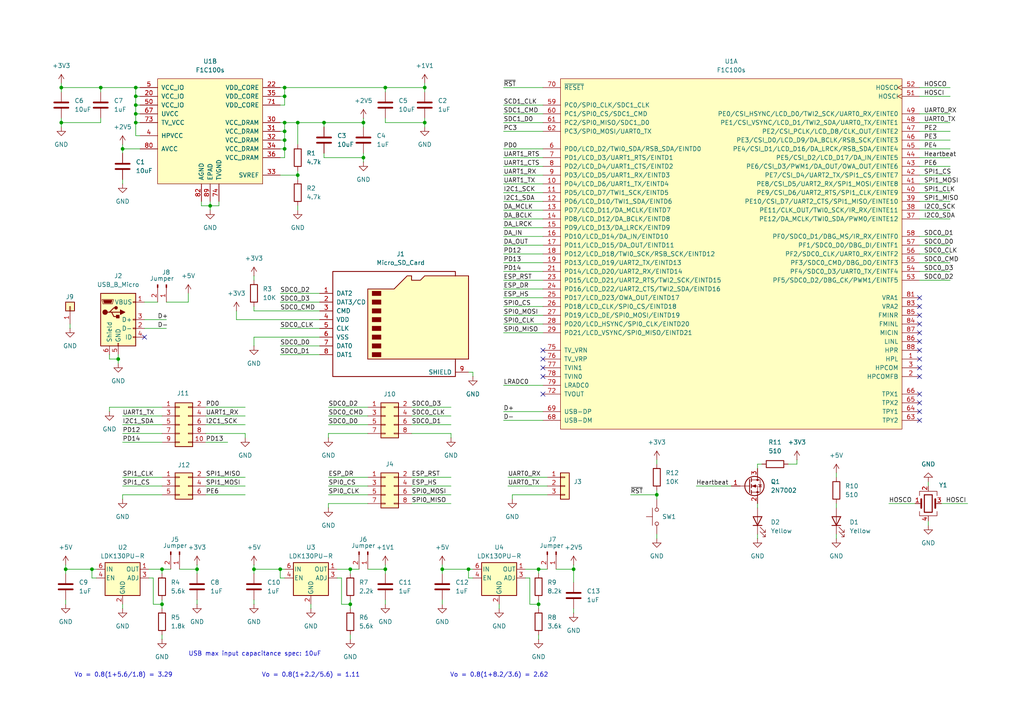
<source format=kicad_sch>
(kicad_sch (version 20231120) (generator "eeschema") (generator_version "8.0")
  (paper "A4")
  (junction (at 35.56 43.18))
  (junction (at 156.21 175.26))
  (junction (at 123.19 35.56))
  (junction (at 101.6 175.26))
  (junction (at 82.55 35.56))
  (junction (at 39.37 33.02))
  (junction (at 82.55 38.1))
  (junction (at 105.41 45.72))
  (junction (at 82.55 27.94))
  (junction (at 81.28 165.1))
  (junction (at 82.55 25.4))
  (junction (at 123.19 25.4))
  (junction (at 39.37 35.56))
  (junction (at 105.41 35.56))
  (junction (at 34.29 104.14))
  (junction (at 26.67 165.1))
  (junction (at 166.37 165.1))
  (junction (at 156.21 165.1))
  (junction (at 82.55 43.18))
  (junction (at 86.36 50.8))
  (junction (at 111.76 165.1))
  (junction (at 29.21 25.4))
  (junction (at 46.99 175.26))
  (junction (at 73.66 165.1))
  (junction (at 19.05 165.1))
  (junction (at 82.55 40.64))
  (junction (at 128.27 165.1))
  (junction (at 135.89 165.1))
  (junction (at 17.78 25.4))
  (junction (at 57.15 165.1))
  (junction (at 86.36 35.56))
  (junction (at 190.5 143.51))
  (junction (at 111.76 25.4))
  (junction (at 93.98 35.56))
  (junction (at 17.78 35.56))
  (junction (at 39.37 30.48))
  (junction (at 46.99 165.1))
  (junction (at 101.6 165.1))
  (junction (at 60.96 59.69))
  (junction (at 39.37 25.4))
  (junction (at 39.37 27.94))
  (no_connect (at 266.7 116.84))
  (no_connect (at 266.7 99.06))
  (no_connect (at 266.7 106.68))
  (no_connect (at 266.7 109.22))
  (no_connect (at 266.7 93.98))
  (no_connect (at 266.7 88.9))
  (no_connect (at 157.48 109.22))
  (no_connect (at 266.7 101.6))
  (no_connect (at 266.7 119.38))
  (no_connect (at 266.7 121.92))
  (no_connect (at 266.7 114.3))
  (no_connect (at 266.7 91.44))
  (no_connect (at 157.48 101.6))
  (no_connect (at 157.48 106.68))
  (no_connect (at 157.48 104.14))
  (no_connect (at 157.48 114.3))
  (no_connect (at 266.7 86.36))
  (no_connect (at 266.7 104.14))
  (no_connect (at 41.91 97.79))
  (no_connect (at 266.7 96.52))
  (wire (pts (xy 59.69 128.27) (xy 66.04 128.27)))
  (wire (pts (xy 146.05 58.42) (xy 157.48 58.42)))
  (wire (pts (xy 35.56 123.19) (xy 46.99 123.19)))
  (wire (pts (xy 156.21 165.1) (xy 158.75 165.1)))
  (wire (pts (xy 242.57 146.05) (xy 242.57 147.32)))
  (wire (pts (xy 95.25 138.43) (xy 106.68 138.43)))
  (wire (pts (xy 63.5 59.69) (xy 60.96 59.69)))
  (wire (pts (xy 146.05 93.98) (xy 157.48 93.98)))
  (wire (pts (xy 57.15 173.99) (xy 57.15 175.26)))
  (wire (pts (xy 146.05 45.72) (xy 157.48 45.72)))
  (wire (pts (xy 106.68 165.1) (xy 111.76 165.1)))
  (wire (pts (xy 17.78 35.56) (xy 29.21 35.56)))
  (wire (pts (xy 59.69 118.11) (xy 71.12 118.11)))
  (wire (pts (xy 231.14 133.35) (xy 231.14 134.62)))
  (wire (pts (xy 40.64 39.37) (xy 39.37 39.37)))
  (wire (pts (xy 43.18 165.1) (xy 46.99 165.1)))
  (wire (pts (xy 17.78 25.4) (xy 17.78 26.67)))
  (wire (pts (xy 35.56 52.07) (xy 35.56 53.34)))
  (wire (pts (xy 81.28 27.94) (xy 82.55 27.94)))
  (wire (pts (xy 123.19 35.56) (xy 123.19 36.83)))
  (wire (pts (xy 52.07 165.1) (xy 57.15 165.1)))
  (wire (pts (xy 31.75 118.11) (xy 31.75 119.38)))
  (wire (pts (xy 146.05 25.4) (xy 157.48 25.4)))
  (wire (pts (xy 39.37 35.56) (xy 40.64 35.56)))
  (wire (pts (xy 148.59 143.51) (xy 148.59 144.78)))
  (wire (pts (xy 95.25 123.19) (xy 106.68 123.19)))
  (wire (pts (xy 101.6 173.99) (xy 101.6 175.26)))
  (wire (pts (xy 135.89 165.1) (xy 135.89 167.64)))
  (wire (pts (xy 137.16 107.95) (xy 137.16 109.22)))
  (wire (pts (xy 90.17 175.26) (xy 90.17 176.53)))
  (wire (pts (xy 82.55 167.64) (xy 81.28 167.64)))
  (wire (pts (xy 71.12 125.73) (xy 71.12 127)))
  (wire (pts (xy 54.61 87.63) (xy 54.61 85.09)))
  (wire (pts (xy 57.15 165.1) (xy 57.15 166.37)))
  (wire (pts (xy 35.56 143.51) (xy 35.56 144.78)))
  (wire (pts (xy 266.7 25.4) (xy 275.59 25.4)))
  (wire (pts (xy 81.28 45.72) (xy 82.55 45.72)))
  (wire (pts (xy 106.68 125.73) (xy 95.25 125.73)))
  (wire (pts (xy 105.41 45.72) (xy 105.41 46.99)))
  (wire (pts (xy 17.78 35.56) (xy 17.78 36.83)))
  (wire (pts (xy 41.91 87.63) (xy 45.72 87.63)))
  (wire (pts (xy 95.25 146.05) (xy 95.25 147.32)))
  (wire (pts (xy 81.28 50.8) (xy 86.36 50.8)))
  (wire (pts (xy 86.36 35.56) (xy 86.36 41.91)))
  (wire (pts (xy 130.81 125.73) (xy 130.81 127)))
  (wire (pts (xy 82.55 30.48) (xy 82.55 27.94)))
  (wire (pts (xy 190.5 133.35) (xy 190.5 134.62)))
  (wire (pts (xy 73.66 80.01) (xy 73.66 81.28)))
  (wire (pts (xy 35.56 138.43) (xy 46.99 138.43)))
  (wire (pts (xy 147.32 138.43) (xy 158.75 138.43)))
  (wire (pts (xy 95.25 120.65) (xy 106.68 120.65)))
  (wire (pts (xy 101.6 176.53) (xy 101.6 175.26)))
  (wire (pts (xy 269.24 151.13) (xy 269.24 152.4)))
  (wire (pts (xy 146.05 48.26) (xy 157.48 48.26)))
  (wire (pts (xy 44.45 167.64) (xy 44.45 175.26)))
  (wire (pts (xy 20.32 93.98) (xy 20.32 95.25)))
  (wire (pts (xy 39.37 33.02) (xy 40.64 33.02)))
  (wire (pts (xy 242.57 137.16) (xy 242.57 138.43)))
  (wire (pts (xy 44.45 175.26) (xy 46.99 175.26)))
  (wire (pts (xy 86.36 59.69) (xy 86.36 60.96)))
  (wire (pts (xy 137.16 167.64) (xy 135.89 167.64)))
  (wire (pts (xy 101.6 165.1) (xy 104.14 165.1)))
  (wire (pts (xy 146.05 71.12) (xy 157.48 71.12)))
  (wire (pts (xy 266.7 45.72) (xy 275.59 45.72)))
  (wire (pts (xy 19.05 165.1) (xy 19.05 166.37)))
  (wire (pts (xy 86.36 50.8) (xy 86.36 52.07)))
  (wire (pts (xy 29.21 25.4) (xy 39.37 25.4)))
  (wire (pts (xy 111.76 35.56) (xy 123.19 35.56)))
  (wire (pts (xy 93.98 44.45) (xy 93.98 45.72)))
  (wire (pts (xy 58.42 59.69) (xy 58.42 58.42)))
  (wire (pts (xy 242.57 154.94) (xy 242.57 156.21)))
  (wire (pts (xy 60.96 58.42) (xy 60.96 59.69)))
  (wire (pts (xy 17.78 24.13) (xy 17.78 25.4)))
  (wire (pts (xy 27.94 167.64) (xy 26.67 167.64)))
  (wire (pts (xy 82.55 35.56) (xy 81.28 35.56)))
  (wire (pts (xy 146.05 83.82) (xy 157.48 83.82)))
  (wire (pts (xy 156.21 165.1) (xy 156.21 166.37)))
  (wire (pts (xy 105.41 34.29) (xy 105.41 35.56)))
  (wire (pts (xy 59.69 143.51) (xy 71.12 143.51)))
  (wire (pts (xy 123.19 24.13) (xy 123.19 25.4)))
  (wire (pts (xy 106.68 146.05) (xy 95.25 146.05)))
  (wire (pts (xy 19.05 173.99) (xy 19.05 175.26)))
  (wire (pts (xy 31.75 102.87) (xy 31.75 104.14)))
  (wire (pts (xy 105.41 35.56) (xy 93.98 35.56)))
  (wire (pts (xy 266.7 50.8) (xy 275.59 50.8)))
  (wire (pts (xy 123.19 25.4) (xy 111.76 25.4)))
  (wire (pts (xy 81.28 87.63) (xy 92.71 87.63)))
  (wire (pts (xy 81.28 165.1) (xy 82.55 165.1)))
  (wire (pts (xy 82.55 43.18) (xy 82.55 40.64)))
  (wire (pts (xy 81.28 165.1) (xy 81.28 167.64)))
  (wire (pts (xy 266.7 53.34) (xy 275.59 53.34)))
  (wire (pts (xy 111.76 173.99) (xy 111.76 175.26)))
  (wire (pts (xy 95.25 140.97) (xy 106.68 140.97)))
  (wire (pts (xy 119.38 123.19) (xy 130.81 123.19)))
  (wire (pts (xy 92.71 92.71) (xy 68.58 92.71)))
  (wire (pts (xy 119.38 138.43) (xy 130.81 138.43)))
  (wire (pts (xy 153.67 175.26) (xy 156.21 175.26)))
  (wire (pts (xy 266.7 76.2) (xy 275.59 76.2)))
  (wire (pts (xy 46.99 185.42) (xy 46.99 184.15)))
  (wire (pts (xy 146.05 33.02) (xy 157.48 33.02)))
  (wire (pts (xy 81.28 30.48) (xy 82.55 30.48)))
  (wire (pts (xy 266.7 27.94) (xy 275.59 27.94)))
  (wire (pts (xy 220.98 134.62) (xy 219.71 134.62)))
  (wire (pts (xy 105.41 44.45) (xy 105.41 45.72)))
  (wire (pts (xy 123.19 34.29) (xy 123.19 35.56)))
  (wire (pts (xy 146.05 111.76) (xy 157.48 111.76)))
  (wire (pts (xy 273.05 146.05) (xy 280.67 146.05)))
  (wire (pts (xy 60.96 59.69) (xy 58.42 59.69)))
  (wire (pts (xy 146.05 50.8) (xy 157.48 50.8)))
  (wire (pts (xy 86.36 35.56) (xy 93.98 35.56)))
  (wire (pts (xy 46.99 165.1) (xy 49.53 165.1)))
  (wire (pts (xy 146.05 38.1) (xy 157.48 38.1)))
  (wire (pts (xy 99.06 167.64) (xy 99.06 175.26)))
  (wire (pts (xy 119.38 146.05) (xy 130.81 146.05)))
  (wire (pts (xy 82.55 35.56) (xy 86.36 35.56)))
  (wire (pts (xy 166.37 176.53) (xy 166.37 177.8)))
  (wire (pts (xy 35.56 128.27) (xy 46.99 128.27)))
  (wire (pts (xy 81.28 100.33) (xy 92.71 100.33)))
  (wire (pts (xy 46.99 165.1) (xy 46.99 166.37)))
  (wire (pts (xy 82.55 25.4) (xy 111.76 25.4)))
  (wire (pts (xy 156.21 185.42) (xy 156.21 184.15)))
  (wire (pts (xy 111.76 34.29) (xy 111.76 35.56)))
  (wire (pts (xy 31.75 104.14) (xy 34.29 104.14)))
  (wire (pts (xy 17.78 34.29) (xy 17.78 35.56)))
  (wire (pts (xy 266.7 40.64) (xy 275.59 40.64)))
  (wire (pts (xy 146.05 63.5) (xy 157.48 63.5)))
  (wire (pts (xy 95.25 125.73) (xy 95.25 127)))
  (wire (pts (xy 97.79 165.1) (xy 101.6 165.1)))
  (wire (pts (xy 161.29 165.1) (xy 166.37 165.1)))
  (wire (pts (xy 146.05 73.66) (xy 157.48 73.66)))
  (wire (pts (xy 39.37 35.56) (xy 39.37 39.37)))
  (wire (pts (xy 86.36 49.53) (xy 86.36 50.8)))
  (wire (pts (xy 63.5 58.42) (xy 63.5 59.69)))
  (wire (pts (xy 266.7 73.66) (xy 275.59 73.66)))
  (wire (pts (xy 31.75 118.11) (xy 46.99 118.11)))
  (wire (pts (xy 190.5 142.24) (xy 190.5 143.51)))
  (wire (pts (xy 266.7 48.26) (xy 275.59 48.26)))
  (wire (pts (xy 73.66 165.1) (xy 73.66 166.37)))
  (wire (pts (xy 59.69 138.43) (xy 71.12 138.43)))
  (wire (pts (xy 73.66 88.9) (xy 73.66 90.17)))
  (wire (pts (xy 39.37 30.48) (xy 39.37 33.02)))
  (wire (pts (xy 39.37 27.94) (xy 40.64 27.94)))
  (wire (pts (xy 101.6 185.42) (xy 101.6 184.15)))
  (wire (pts (xy 60.96 59.69) (xy 60.96 60.96)))
  (wire (pts (xy 35.56 43.18) (xy 35.56 44.45)))
  (wire (pts (xy 46.99 176.53) (xy 46.99 175.26)))
  (wire (pts (xy 146.05 43.18) (xy 157.48 43.18)))
  (wire (pts (xy 182.88 143.51) (xy 190.5 143.51)))
  (wire (pts (xy 166.37 165.1) (xy 166.37 168.91)))
  (wire (pts (xy 156.21 176.53) (xy 156.21 175.26)))
  (wire (pts (xy 93.98 45.72) (xy 105.41 45.72)))
  (wire (pts (xy 146.05 119.38) (xy 157.48 119.38)))
  (wire (pts (xy 128.27 165.1) (xy 135.89 165.1)))
  (wire (pts (xy 266.7 33.02) (xy 275.59 33.02)))
  (wire (pts (xy 119.38 125.73) (xy 130.81 125.73)))
  (wire (pts (xy 73.66 165.1) (xy 81.28 165.1)))
  (wire (pts (xy 73.66 163.83) (xy 73.66 165.1)))
  (wire (pts (xy 135.89 165.1) (xy 137.16 165.1)))
  (wire (pts (xy 146.05 35.56) (xy 157.48 35.56)))
  (wire (pts (xy 59.69 123.19) (xy 71.12 123.19)))
  (wire (pts (xy 146.05 81.28) (xy 157.48 81.28)))
  (wire (pts (xy 73.66 97.79) (xy 73.66 100.33)))
  (wire (pts (xy 99.06 167.64) (xy 97.79 167.64)))
  (wire (pts (xy 266.7 81.28) (xy 275.59 81.28)))
  (wire (pts (xy 39.37 25.4) (xy 40.64 25.4)))
  (wire (pts (xy 266.7 58.42) (xy 275.59 58.42)))
  (wire (pts (xy 123.19 25.4) (xy 123.19 26.67)))
  (wire (pts (xy 81.28 43.18) (xy 82.55 43.18)))
  (wire (pts (xy 57.15 165.1) (xy 57.15 163.83)))
  (wire (pts (xy 82.55 27.94) (xy 82.55 25.4)))
  (wire (pts (xy 201.93 140.97) (xy 212.09 140.97)))
  (wire (pts (xy 156.21 173.99) (xy 156.21 175.26)))
  (wire (pts (xy 257.81 146.05) (xy 265.43 146.05)))
  (wire (pts (xy 35.56 143.51) (xy 46.99 143.51)))
  (wire (pts (xy 17.78 25.4) (xy 29.21 25.4)))
  (wire (pts (xy 146.05 76.2) (xy 157.48 76.2)))
  (wire (pts (xy 29.21 25.4) (xy 29.21 26.67)))
  (wire (pts (xy 35.56 41.91) (xy 35.56 43.18)))
  (wire (pts (xy 111.76 25.4) (xy 111.76 26.67)))
  (wire (pts (xy 26.67 165.1) (xy 26.67 167.64)))
  (wire (pts (xy 95.25 118.11) (xy 106.68 118.11)))
  (wire (pts (xy 190.5 154.94) (xy 190.5 156.21)))
  (wire (pts (xy 35.56 43.18) (xy 40.64 43.18)))
  (wire (pts (xy 82.55 45.72) (xy 82.55 43.18)))
  (wire (pts (xy 266.7 68.58) (xy 275.59 68.58)))
  (wire (pts (xy 73.66 173.99) (xy 73.66 175.26)))
  (wire (pts (xy 128.27 163.83) (xy 128.27 165.1)))
  (wire (pts (xy 41.91 95.25) (xy 48.26 95.25)))
  (wire (pts (xy 146.05 66.04) (xy 157.48 66.04)))
  (wire (pts (xy 81.28 102.87) (xy 92.71 102.87)))
  (wire (pts (xy 82.55 25.4) (xy 81.28 25.4)))
  (wire (pts (xy 111.76 165.1) (xy 111.76 163.83)))
  (wire (pts (xy 119.38 118.11) (xy 130.81 118.11)))
  (wire (pts (xy 19.05 165.1) (xy 26.67 165.1)))
  (wire (pts (xy 119.38 140.97) (xy 130.81 140.97)))
  (wire (pts (xy 35.56 125.73) (xy 46.99 125.73)))
  (wire (pts (xy 48.26 87.63) (xy 54.61 87.63)))
  (wire (pts (xy 39.37 30.48) (xy 40.64 30.48)))
  (wire (pts (xy 266.7 43.18) (xy 275.59 43.18)))
  (wire (pts (xy 190.5 143.51) (xy 190.5 144.78)))
  (wire (pts (xy 147.32 140.97) (xy 158.75 140.97)))
  (wire (pts (xy 146.05 86.36) (xy 157.48 86.36)))
  (wire (pts (xy 228.6 134.62) (xy 231.14 134.62)))
  (wire (pts (xy 119.38 143.51) (xy 130.81 143.51)))
  (wire (pts (xy 146.05 78.74) (xy 157.48 78.74)))
  (wire (pts (xy 266.7 55.88) (xy 275.59 55.88)))
  (wire (pts (xy 219.71 154.94) (xy 219.71 156.21)))
  (wire (pts (xy 81.28 85.09) (xy 92.71 85.09)))
  (wire (pts (xy 266.7 71.12) (xy 275.59 71.12)))
  (wire (pts (xy 81.28 38.1) (xy 82.55 38.1)))
  (wire (pts (xy 158.75 143.51) (xy 148.59 143.51)))
  (wire (pts (xy 95.25 143.51) (xy 106.68 143.51)))
  (wire (pts (xy 26.67 165.1) (xy 27.94 165.1)))
  (wire (pts (xy 146.05 91.44) (xy 157.48 91.44)))
  (wire (pts (xy 82.55 40.64) (xy 82.55 38.1)))
  (wire (pts (xy 34.29 102.87) (xy 34.29 104.14)))
  (wire (pts (xy 35.56 120.65) (xy 46.99 120.65)))
  (wire (pts (xy 93.98 35.56) (xy 93.98 36.83)))
  (wire (pts (xy 59.69 140.97) (xy 71.12 140.97)))
  (wire (pts (xy 146.05 88.9) (xy 157.48 88.9)))
  (wire (pts (xy 73.66 90.17) (xy 92.71 90.17)))
  (wire (pts (xy 59.69 125.73) (xy 71.12 125.73)))
  (wire (pts (xy 146.05 68.58) (xy 157.48 68.58)))
  (wire (pts (xy 269.24 140.97) (xy 269.24 139.7)))
  (wire (pts (xy 266.7 60.96) (xy 275.59 60.96)))
  (wire (pts (xy 146.05 55.88) (xy 157.48 55.88)))
  (wire (pts (xy 219.71 134.62) (xy 219.71 135.89)))
  (wire (pts (xy 266.7 38.1) (xy 275.59 38.1)))
  (wire (pts (xy 111.76 165.1) (xy 111.76 166.37)))
  (wire (pts (xy 34.29 104.14) (xy 34.29 105.41)))
  (wire (pts (xy 82.55 38.1) (xy 82.55 35.56)))
  (wire (pts (xy 135.89 107.95) (xy 137.16 107.95)))
  (wire (pts (xy 39.37 27.94) (xy 39.37 30.48)))
  (wire (pts (xy 144.78 175.26) (xy 144.78 176.53)))
  (wire (pts (xy 46.99 173.99) (xy 46.99 175.26)))
  (wire (pts (xy 81.28 95.25) (xy 92.71 95.25)))
  (wire (pts (xy 128.27 165.1) (xy 128.27 166.37)))
  (wire (pts (xy 39.37 25.4) (xy 39.37 27.94)))
  (wire (pts (xy 92.71 97.79) (xy 73.66 97.79)))
  (wire (pts (xy 128.27 173.99) (xy 128.27 175.26)))
  (wire (pts (xy 81.28 40.64) (xy 82.55 40.64)))
  (wire (pts (xy 219.71 146.05) (xy 219.71 147.32)))
  (wire (pts (xy 35.56 175.26) (xy 35.56 176.53)))
  (wire (pts (xy 39.37 33.02) (xy 39.37 35.56)))
  (wire (pts (xy 105.41 35.56) (xy 105.41 36.83)))
  (wire (pts (xy 59.69 120.65) (xy 71.12 120.65)))
  (wire (pts (xy 35.56 140.97) (xy 46.99 140.97)))
  (wire (pts (xy 41.91 92.71) (xy 48.26 92.71)))
  (wire (pts (xy 266.7 63.5) (xy 275.59 63.5)))
  (wire (pts (xy 29.21 35.56) (xy 29.21 34.29)))
  (wire (pts (xy 166.37 165.1) (xy 166.37 163.83)))
  (wire (pts (xy 146.05 60.96) (xy 157.48 60.96)))
  (wire (pts (xy 101.6 165.1) (xy 101.6 166.37)))
  (wire (pts (xy 152.4 165.1) (xy 156.21 165.1)))
  (wire (pts (xy 153.67 167.64) (xy 153.67 175.26)))
  (wire (pts (xy 266.7 78.74) (xy 275.59 78.74)))
  (wire (pts (xy 153.67 167.64) (xy 152.4 167.64)))
  (wire (pts (xy 146.05 121.92) (xy 157.48 121.92)))
  (wire (pts (xy 146.05 53.34) (xy 157.48 53.34)))
  (wire (pts (xy 44.45 167.64) (xy 43.18 167.64)))
  (wire (pts (xy 99.06 175.26) (xy 101.6 175.26)))
  (wire (pts (xy 68.58 90.17) (xy 68.58 92.71)))
  (wire (pts (xy 146.05 96.52) (xy 157.48 96.52)))
  (wire (pts (xy 119.38 120.65) (xy 130.81 120.65)))
  (wire (pts (xy 19.05 163.83) (xy 19.05 165.1)))
  (wire (pts (xy 266.7 35.56) (xy 275.59 35.56)))
  (wire (pts (xy 146.05 30.48) (xy 157.48 30.48)))
  (text "Vo = 0.8(1+2.2/5.6) = 1.11\n" (at 90.17 195.834 0) (effects (font (size 1.27 1.27))))
  (text "USB max input capacitance spec: 10uF" (at 73.914 189.738 0) (effects (font (size 1.27 1.27))))
  (text "Vo = 0.8(1+5.6/1.8) = 3.29" (at 35.814 195.834 0) (effects (font (size 1.27 1.27))))
  (text "Vo = 0.8(1+8.2/3.6) = 2.62" (at 144.78 195.834 0) (effects (font (size 1.27 1.27))))
  (label "SDC0_CLK" (at 267.97 73.66 0))
  (label "SPI1_CLK" (at 267.97 55.88 0))
  (label "PD13" (at 59.69 128.27 0))
  (label "SPI1_CLK" (at 35.56 138.43 0))
  (label "UART1_TX" (at 35.56 120.65 0))
  (label "Heartbeat" (at 267.97 45.72 0))
  (label "SDC1_D0" (at 146.05 35.56 0))
  (label "PD13" (at 146.05 76.2 0))
  (label "ESP_RST" (at 119.38 138.43 0))
  (label "SPI1_CS" (at 35.56 140.97 0))
  (label "~{RST}" (at 182.88 143.51 0))
  (label "ESP_DR" (at 146.05 83.82 0))
  (label "PD0" (at 59.69 118.11 0))
  (label "SDC0_CMD" (at 267.97 76.2 0))
  (label "SDC0_D0" (at 267.97 71.12 0))
  (label "SDC0_D3" (at 81.28 87.63 0))
  (label "SDC0_D2" (at 81.28 85.09 0))
  (label "UART1_RX" (at 146.05 50.8 0))
  (label "UART0_RX" (at 267.97 33.02 0))
  (label "UART1_TX" (at 146.05 53.34 0))
  (label "SDC0_CLK" (at 81.28 95.25 0))
  (label "PD12" (at 146.05 73.66 0))
  (label "UART1_CTS" (at 146.05 48.26 0))
  (label "SPI1_CS" (at 267.97 50.8 0))
  (label "I2C1_SDA" (at 35.56 123.19 0))
  (label "SDC0_D0" (at 81.28 100.33 0))
  (label "ESP_DR" (at 95.25 138.43 0))
  (label "UART0_TX" (at 147.32 140.97 0))
  (label "SDC0_D1" (at 81.28 102.87 0))
  (label "LRADC0" (at 146.05 111.76 0))
  (label "PE2" (at 267.97 38.1 0))
  (label "ESP_HS" (at 119.38 140.97 0))
  (label "D+" (at 45.72 92.71 0))
  (label "DA_BCLK" (at 146.05 63.5 0))
  (label "UART1_RTS" (at 146.05 45.72 0))
  (label "~{RST}" (at 146.05 25.4 0))
  (label "SDC0_D3" (at 119.38 118.11 0))
  (label "ESP_HS" (at 146.05 86.36 0))
  (label "SPI0_CS" (at 95.25 140.97 0))
  (label "PD12" (at 35.56 125.73 0))
  (label "SPI0_MOSI" (at 146.05 91.44 0))
  (label "SPI1_MISO" (at 267.97 58.42 0))
  (label "SDC0_D1" (at 119.38 123.19 0))
  (label "PD14" (at 35.56 128.27 0))
  (label "SPI0_MISO" (at 119.38 146.05 0))
  (label "SPI0_MISO" (at 146.05 96.52 0))
  (label "UART0_RX" (at 147.32 138.43 0))
  (label "I2C1_SCK" (at 59.69 123.19 0))
  (label "D-" (at 146.05 121.92 0))
  (label "HOSCO" (at 257.81 146.05 0))
  (label "I2C1_SCK" (at 146.05 55.88 0))
  (label "SDC0_D2" (at 267.97 81.28 0))
  (label "SPI0_CLK" (at 95.25 143.51 0))
  (label "HOSCI" (at 267.97 27.94 0))
  (label "D-" (at 45.72 95.25 0))
  (label "DA_OUT" (at 146.05 71.12 0))
  (label "SDC0_CLK" (at 119.38 120.65 0))
  (label "SDC0_D2" (at 95.25 118.11 0))
  (label "SDC0_CMD" (at 95.25 120.65 0))
  (label "D+" (at 146.05 119.38 0))
  (label "PC3" (at 146.05 38.1 0))
  (label "Heartbeat" (at 201.93 140.97 0))
  (label "PD14" (at 146.05 78.74 0))
  (label "SDC0_D0" (at 95.25 123.19 0))
  (label "ESP_RST" (at 146.05 81.28 0))
  (label "SPI1_MOSI" (at 267.97 53.34 0))
  (label "PE3" (at 267.97 40.64 0))
  (label "I2C0_SDA" (at 267.97 63.5 0))
  (label "SPI0_CLK" (at 146.05 93.98 0))
  (label "SDC0_D1" (at 267.97 68.58 0))
  (label "DA_IN" (at 146.05 68.58 0))
  (label "SPI0_CS" (at 146.05 88.9 0))
  (label "PE4" (at 267.97 43.18 0))
  (label "PD0" (at 146.05 43.18 0))
  (label "SDC1_CMD" (at 146.05 33.02 0))
  (label "HOSCI" (at 274.32 146.05 0))
  (label "SDC0_D3" (at 267.97 78.74 0))
  (label "PE6" (at 59.69 143.51 0))
  (label "I2C1_SDA" (at 146.05 58.42 0))
  (label "UART1_RX" (at 59.69 120.65 0))
  (label "UART0_TX" (at 267.97 35.56 0))
  (label "DA_LRCK" (at 146.05 66.04 0))
  (label "I2C0_SCK" (at 267.97 60.96 0))
  (label "SDC0_CMD" (at 81.28 90.17 0))
  (label "SPI1_MOSI" (at 59.69 140.97 0))
  (label "SCD1_CLK" (at 146.05 30.48 0))
  (label "SPI0_MOSI" (at 119.38 143.51 0))
  (label "HOSCO" (at 267.97 25.4 0))
  (label "PE6" (at 267.97 48.26 0))
  (label "SPI1_MISO" (at 59.69 138.43 0))
  (label "DA_MCLK" (at 146.05 60.96 0))
  (symbol (lib_id "Connector_Generic:Conn_01x03") (at 163.83 140.97 0) (unit 1)
    (property "Reference" "J3" (at 166.37 139.6999 0) (effects (justify left)))
    (property "Value" "Conn_01x03" (effects (hide yes)))
    (property "Footprint" "Connector_PinHeader_2.54mm:PinHeader_1x03_P2.54mm_Vertical" (effects (hide yes)))
    (property "Description" "Generic connector, single row, 01x03, script generated (kicad-library-utils/schlib/autogen/connector/)" (effects (hide yes)))
  )
  (symbol (lib_id "power:GND") (at 130.81 127 0) (unit 1)
    (property "Reference" "#PWR047" (effects (hide yes)))
    (property "Value" "GND" (at 130.81 132.08 0))
    (property "Description" "Power symbol creates a global label with name \"GND\" , ground" (effects (hide yes)))
  )
  (symbol (lib_id "power:+2V5") (at 105.41 34.29 0) (unit 1)
    (property "Reference" "#PWR04" (effects (hide yes)))
    (property "Value" "+2V5" (at 105.41 29.21 0))
    (property "Description" "Power symbol creates a global label with name \"+2V5\"" (effects (hide yes)))
  )
  (symbol (lib_id "Regulator_Linear:LDK130-ADJ_DFN6") (at 35.56 167.64 0) (unit 1)
    (property "Reference" "U2" (at 35.56 158.75 0))
    (property "Value" "LDK130PU-R" (at 35.56 161.29 0))
    (property "Footprint" "Package_DFN_QFN:DFN-6_1.3x1.2mm_P0.4mm" (effects (hide yes)))
    (property "Datasheet" "http://www.st.com/content/ccc/resource/technical/document/datasheet/29/10/f7/87/2f/66/47/f4/DM00076097.pdf/files/DM00076097.pdf/jcr:content/translations/en.DM00076097.pdf" (effects (hide yes)))
    (property "Description" "300mA low dropout linear regulator, low quiescent current very, low noise, shutdown pin, adjustable positive output, DFN-6" (effects (hide yes)))
    (property "LCSC" "C157446" (effects (hide yes)))
  )
  (symbol (lib_id "Device:R") (at 46.99 180.34 0) (unit 1)
    (property "Reference" "R5" (at 49.53 179.0699 0) (effects (justify left)))
    (property "Value" "1.8k" (at 49.53 181.6099 0) (effects (justify left)))
    (property "Footprint" "Resistor_SMD:R_0603_1608Metric" (effects (hide yes)))
    (property "Datasheet" "https://wmsc.lcsc.com/wmsc/upload/file/pdf/v2/lcsc/2206010116_UNI-ROYAL-Uniroyal-Elec-0603WAF5601T5E_C23189.pdf" (effects (hide yes)))
    (property "Description" "Resistor" (effects (hide yes)))
    (property "LCSC" "C4177" (effects (hide yes)))
  )
  (symbol (lib_id "Device:R") (at 156.21 180.34 0) (unit 1)
    (property "Reference" "R8" (at 158.75 179.0699 0) (effects (justify left)))
    (property "Value" "3.6k" (at 158.75 181.6099 0) (effects (justify left)))
    (property "Footprint" "Resistor_SMD:R_0603_1608Metric" (effects (hide yes)))
    (property "Datasheet" "https://wmsc.lcsc.com/wmsc/upload/file/pdf/v2/lcsc/2206010116_UNI-ROYAL-Uniroyal-Elec-0603WAF5601T5E_C23189.pdf" (effects (hide yes)))
    (property "Description" "Resistor" (effects (hide yes)))
    (property "LCSC" "C22980" (effects (hide yes)))
  )
  (symbol (lib_id "power:GND") (at 111.76 175.26 0) (unit 1)
    (property "Reference" "#PWR029" (effects (hide yes)))
    (property "Value" "GND" (at 111.76 180.34 0))
    (property "Description" "Power symbol creates a global label with name \"GND\" , ground" (effects (hide yes)))
  )
  (symbol (lib_id "power:GND") (at 20.32 95.25 0) (unit 1)
    (property "Reference" "#PWR044" (effects (hide yes)))
    (property "Value" "GND" (at 20.32 100.33 0))
    (property "Description" "Power symbol creates a global label with name \"GND\" , ground" (effects (hide yes)))
  )
  (symbol (lib_id "power:GND") (at 57.15 175.26 0) (unit 1)
    (property "Reference" "#PWR018" (effects (hide yes)))
    (property "Value" "GND" (at 57.15 180.34 0))
    (property "Description" "Power symbol creates a global label with name \"GND\" , ground" (effects (hide yes)))
  )
  (symbol (lib_id "power:GND") (at 269.24 139.7 180) (unit 1)
    (property "Reference" "#PWR043" (effects (hide yes)))
    (property "Value" "GND" (at 269.24 134.62 0))
    (property "Description" "Power symbol creates a global label with name \"GND\" , ground" (effects (hide yes)))
  )
  (symbol (lib_id "Device:R") (at 86.36 45.72 0) (unit 1)
    (property "Reference" "R1" (at 88.9 44.4499 0) (effects (justify left)))
    (property "Value" "4.7k" (at 88.9 46.9899 0) (effects (justify left)))
    (property "Footprint" "Resistor_SMD:R_0402_1005Metric" (effects (hide yes)))
    (property "Datasheet" "https://wmsc.lcsc.com/wmsc/upload/file/pdf/v2/lcsc/2206010116_UNI-ROYAL-Uniroyal-Elec-0603WAF5101T5E_C23186.pdf" (effects (hide yes)))
    (property "Description" "Resistor" (effects (hide yes)))
    (property "LCSC" "C25900" (effects (hide yes)))
  )
  (symbol (lib_id "Switch:SW_Push") (at 190.5 149.86 90) (unit 1)
    (property "Reference" "SW1" (at 192.024 149.86 90) (effects (justify right)))
    (property "Value" "SW_Push" (effects (hide yes)))
    (property "Footprint" "Button_Switch_SMD:SW_Push_1P1T_XKB_TS-1187A" (effects (hide yes)))
    (property "Datasheet" "https://wmsc.lcsc.com/wmsc/upload/file/pdf/v2/lcsc/2304140030_XKB-Connectivity-TS-1187A-B-A-B_C318884.pdf" (effects (hide yes)))
    (property "Description" "Push button switch, generic, two pins" (effects (hide yes)))
    (property "LCSC" "C318884" (effects (hide yes)))
  )
  (symbol (lib_id "power:GND") (at 95.25 147.32 0) (unit 1)
    (property "Reference" "#PWR045" (effects (hide yes)))
    (property "Value" "GND" (at 95.25 152.4 0))
    (property "Description" "Power symbol creates a global label with name \"GND\" , ground" (effects (hide yes)))
  )
  (symbol (lib_id "power:GND") (at 19.05 175.26 0) (unit 1)
    (property "Reference" "#PWR021" (effects (hide yes)))
    (property "Value" "GND" (at 19.05 180.34 0))
    (property "Description" "Power symbol creates a global label with name \"GND\" , ground" (effects (hide yes)))
  )
  (symbol (lib_id "power:+5V") (at 19.05 163.83 0) (unit 1)
    (property "Reference" "#PWR022" (effects (hide yes)))
    (property "Value" "+5V" (at 19.05 158.75 0))
    (property "Description" "Power symbol creates a global label with name \"+5V\"" (effects (hide yes)))
  )
  (symbol (lib_id "f1c200s:F1C100s") (at 210.82 73.66 0) (unit 1)
    (property "Reference" "U1" (at 212.09 17.78 0))
    (property "Value" "F1C100s" (at 212.09 20.32 0))
    (property "Footprint" "f1c200s:QFN-88_EP_10x10_Pitch0.4mm" (effects (hide yes)))
    (property "Datasheet" "https://wmsc.lcsc.com/wmsc/upload/file/pdf/v2/lcsc/2207051215_Allwinner-Tech-F1C200S_C2879851.pdf" (effects (hide yes)))
    (property "LCSC" "C2879851" (effects (hide yes)))
  )
  (symbol (lib_id "3340_kicad:F1C100s") (at 60.96 36.83 0) (unit 2)
    (property "Reference" "U1" (at 60.96 17.78 0))
    (property "Value" "F1C100s" (at 60.96 20.32 0))
    (property "Footprint" "f1c200s:QFN-88_EP_10x10_Pitch0.4mm" (effects (hide yes)))
    (property "Datasheet" "https://wmsc.lcsc.com/wmsc/upload/file/pdf/v2/lcsc/2207051215_Allwinner-Tech-F1C200S_C2879851.pdf" (effects (hide yes)))
    (property "LCSC" "C2879851" (effects (hide yes)))
  )
  (symbol (lib_id "Connector:Conn_01x02_Pin") (at 161.29 160.02 270) (unit 1)
    (property "Reference" "J7" (at 159.004 156.464 90) (effects (justify left)))
    (property "Value" "Jumper" (at 156.464 158.242 90) (effects (justify left)))
    (property "Footprint" "Connector_PinHeader_2.54mm:PinHeader_1x02_P2.54mm_Vertical" (effects (hide yes)))
    (property "Description" "Generic connector, single row, 01x02, script generated" (effects (hide yes)))
  )
  (symbol (lib_id "power:+3V3") (at 190.5 133.35 0) (unit 1)
    (property "Reference" "#PWR041" (effects (hide yes)))
    (property "Value" "+3V3" (at 190.5 128.27 0))
    (property "Description" "Power symbol creates a global label with name \"+3V3\"" (effects (hide yes)))
  )
  (symbol (lib_id "Device:R") (at 46.99 170.18 0) (unit 1)
    (property "Reference" "R4" (at 49.53 168.9099 0) (effects (justify left)))
    (property "Value" "5.6k" (at 49.53 171.4499 0) (effects (justify left)))
    (property "Footprint" "Resistor_SMD:R_0603_1608Metric" (effects (hide yes)))
    (property "Datasheet" "https://wmsc.lcsc.com/wmsc/upload/file/pdf/v2/lcsc/2206010116_UNI-ROYAL-Uniroyal-Elec-0603WAF5601T5E_C23189.pdf" (effects (hide yes)))
    (property "Description" "Resistor" (effects (hide yes)))
    (property "LCSC" "C23189" (effects (hide yes)))
  )
  (symbol (lib_id "Connector:Micro_SD_Card") (at 115.57 92.71 0) (unit 1)
    (property "Reference" "J1" (at 116.205 73.66 0))
    (property "Value" "Micro_SD_Card" (at 116.205 76.2 0))
    (property "Footprint" "Connector_Card:microSD_HC_Molex_104031-0811" (effects (hide yes)))
    (property "Datasheet" "https://wmsc.lcsc.com/wmsc/upload/file/pdf/v2/lcsc/2011171806_MOLEX-1040310811_C585350.pdf" (effects (hide yes)))
    (property "Description" "Micro SD Card Socket" (effects (hide yes)))
    (property "LCSC" "C585350" (effects (hide yes)))
  )
  (symbol (lib_id "Device:R") (at 73.66 85.09 0) (unit 1)
    (property "Reference" "R3" (at 76.2 83.8199 0) (effects (justify left)))
    (property "Value" "10K" (at 76.2 86.3599 0) (effects (justify left)))
    (property "Footprint" "Resistor_SMD:R_0603_1608Metric" (effects (hide yes)))
    (property "Datasheet" "https://wmsc.lcsc.com/wmsc/upload/file/pdf/v2/lcsc/2206010045_UNI-ROYAL-Uniroyal-Elec-0603WAF1002T5E_C25804.pdf" (effects (hide yes)))
    (property "Description" "Resistor" (effects (hide yes)))
    (property "LCSC" "C25804" (effects (hide yes)))
  )
  (symbol (lib_id "power:GND") (at 219.71 156.21 0) (unit 1)
    (property "Reference" "#PWR039" (effects (hide yes)))
    (property "Value" "GND" (at 219.71 161.29 0))
    (property "Description" "Power symbol creates a global label with name \"GND\" , ground" (effects (hide yes)))
  )
  (symbol (lib_id "power:GND") (at 105.41 46.99 0) (unit 1)
    (property "Reference" "#PWR05" (effects (hide yes)))
    (property "Value" "GND" (at 105.41 52.07 0))
    (property "Description" "Power symbol creates a global label with name \"GND\" , ground" (effects (hide yes)))
  )
  (symbol (lib_id "Device:Crystal_GND24") (at 269.24 146.05 0) (unit 1)
    (property "Reference" "Y1" (at 273.558 140.716 0))
    (property "Value" "XRCGB24M000F0G00R0" (effects (hide yes)))
    (property "Footprint" "Crystal:Crystal_SMD_2016-4Pin_2.0x1.6mm" (effects (hide yes)))
    (property "Description" "24MHz" (effects (hide yes)))
    (property "LCSC" "C524653" (effects (hide yes)))
  )
  (symbol (lib_id "Device:C") (at 166.37 172.72 0) (unit 1)
    (property "Reference" "C13" (at 170.18 171.4499 0) (effects (justify left)))
    (property "Value" "1uF" (at 170.18 173.9899 0) (effects (justify left)))
    (property "Footprint" "Capacitor_SMD:C_0402_1005Metric" (effects (hide yes)))
    (property "Datasheet" "https://wmsc.lcsc.com/wmsc/upload/file/pdf/v2/lcsc/2304140030_Samsung-Electro-Mechanics-CL10A105KB8NNNC_C15849.pdf" (effects (hide yes)))
    (property "Description" "Unpolarized capacitor" (effects (hide yes)))
    (property "LCSC" "C52923" (effects (hide yes)))
  )
  (symbol (lib_id "Device:R") (at 242.57 142.24 0) (unit 1)
    (property "Reference" "R10" (at 245.11 140.9699 0) (effects (justify left)))
    (property "Value" "510" (at 245.11 143.5099 0) (effects (justify left)))
    (property "Footprint" "Resistor_SMD:R_0603_1608Metric" (effects (hide yes)))
    (property "Datasheet" "https://wmsc.lcsc.com/wmsc/upload/file/pdf/v2/lcsc/2206010116_UNI-ROYAL-Uniroyal-Elec-0603WAF5601T5E_C23189.pdf" (effects (hide yes)))
    (property "Description" "Resistor" (effects (hide yes)))
    (property "LCSC" "C23193" (effects (hide yes)))
  )
  (symbol (lib_id "Device:C") (at 128.27 170.18 0) (unit 1)
    (property "Reference" "C12" (at 132.08 168.9099 0) (effects (justify left)))
    (property "Value" "1uF" (at 132.08 171.4499 0) (effects (justify left)))
    (property "Footprint" "Capacitor_SMD:C_0402_1005Metric" (effects (hide yes)))
    (property "Datasheet" "https://wmsc.lcsc.com/wmsc/upload/file/pdf/v2/lcsc/2304140030_Samsung-Electro-Mechanics-CL10A105KB8NNNC_C15849.pdf" (effects (hide yes)))
    (property "Description" "Unpolarized capacitor" (effects (hide yes)))
    (property "LCSC" "C52923" (effects (hide yes)))
  )
  (symbol (lib_id "power:GND") (at 156.21 185.42 0) (unit 1)
    (property "Reference" "#PWR033" (effects (hide yes)))
    (property "Value" "GND" (at 156.21 190.5 0))
    (property "Description" "Power symbol creates a global label with name \"GND\" , ground" (effects (hide yes)))
  )
  (symbol (lib_id "power:GND") (at 34.29 105.41 0) (unit 1)
    (property "Reference" "#PWR017" (effects (hide yes)))
    (property "Value" "GND" (at 34.29 110.49 0))
    (property "Description" "Power symbol creates a global label with name \"GND\" , ground" (effects (hide yes)))
  )
  (symbol (lib_id "power:GND") (at 60.96 60.96 0) (unit 1)
    (property "Reference" "#PWR08" (effects (hide yes)))
    (property "Value" "GND" (at 60.96 66.04 0))
    (property "Description" "Power symbol creates a global label with name \"GND\" , ground" (effects (hide yes)))
  )
  (symbol (lib_id "power:+5V") (at 73.66 163.83 0) (unit 1)
    (property "Reference" "#PWR024" (effects (hide yes)))
    (property "Value" "+5V" (at 73.66 158.75 0))
    (property "Description" "Power symbol creates a global label with name \"+5V\"" (effects (hide yes)))
  )
  (symbol (lib_id "Device:C") (at 123.19 30.48 0) (unit 1)
    (property "Reference" "C2" (at 127 29.2099 0) (effects (justify left)))
    (property "Value" "1uF" (at 127 31.7499 0) (effects (justify left)))
    (property "Footprint" "Capacitor_SMD:C_0402_1005Metric" (effects (hide yes)))
    (property "Datasheet" "https://wmsc.lcsc.com/wmsc/upload/file/pdf/v2/lcsc/2304140030_Samsung-Electro-Mechanics-CL10A105KB8NNNC_C15849.pdf" (effects (hide yes)))
    (property "Description" "Unpolarized capacitor" (effects (hide yes)))
    (property "LCSC" "C52923" (effects (hide yes)))
  )
  (symbol (lib_id "Transistor_FET:2N7002") (at 217.17 140.97 0) (unit 1)
    (property "Reference" "Q1" (at 223.52 139.6999 0) (effects (justify left)))
    (property "Value" "2N7002" (at 223.52 142.2399 0) (effects (justify left)))
    (property "Footprint" "Package_TO_SOT_SMD:SOT-23" (effects (hide yes)))
    (property "Datasheet" "https://wmsc.lcsc.com/wmsc/upload/file/pdf/v2/lcsc/2304140030_Jiangsu-Changjing-Electronics-Technology-Co---Ltd--2N7002_C8545.pdf" (effects (hide yes)))
    (property "Description" "0.115A Id, 60V Vds, N-Channel MOSFET, SOT-23" (effects (hide yes)))
    (property "LCSC" "C8545" (effects (hide yes)))
  )
  (symbol (lib_id "power:GND") (at 242.57 156.21 0) (unit 1)
    (property "Reference" "#PWR037" (effects (hide yes)))
    (property "Value" "GND" (at 242.57 161.29 0))
    (property "Description" "Power symbol creates a global label with name \"GND\" , ground" (effects (hide yes)))
  )
  (symbol (lib_id "Connector_Generic:Conn_02x03_Odd_Even") (at 52.07 140.97 0) (unit 1)
    (property "Reference" "J12" (at 53.34 134.874 0))
    (property "Value" "Conn_02x03_Odd_Even" (effects (hide yes)))
    (property "Footprint" "Connector_PinHeader_2.54mm:PinHeader_2x03_P2.54mm_Vertical" (effects (hide yes)))
    (property "Description" "Generic connector, double row, 02x03, odd/even pin numbering scheme (row 1 odd numbers, row 2 even numbers), script generated (kicad-library-utils/schlib/autogen/connector/)" (effects (hide yes)))
  )
  (symbol (lib_id "power:GND") (at 46.99 185.42 0) (unit 1)
    (property "Reference" "#PWR019" (effects (hide yes)))
    (property "Value" "GND" (at 46.99 190.5 0))
    (property "Description" "Power symbol creates a global label with name \"GND\" , ground" (effects (hide yes)))
  )
  (symbol (lib_id "Device:R") (at 190.5 138.43 0) (unit 1)
    (property "Reference" "R12" (at 193.04 137.1599 0) (effects (justify left)))
    (property "Value" "10K" (at 193.04 139.6999 0) (effects (justify left)))
    (property "Footprint" "Resistor_SMD:R_0603_1608Metric" (effects (hide yes)))
    (property "Datasheet" "https://wmsc.lcsc.com/wmsc/upload/file/pdf/v2/lcsc/2206010045_UNI-ROYAL-Uniroyal-Elec-0603WAF1002T5E_C25804.pdf" (effects (hide yes)))
    (property "Description" "Resistor" (effects (hide yes)))
    (property "LCSC" "C25804" (effects (hide yes)))
  )
  (symbol (lib_id "Device:LED") (at 219.71 151.13 90) (unit 1)
    (property "Reference" "D2" (at 223.52 151.4474 90) (effects (justify right)))
    (property "Value" "Yellow" (at 223.52 153.9874 90) (effects (justify right)))
    (property "Footprint" "LED_SMD:LED_0603_1608Metric" (effects (hide yes)))
    (property "Datasheet" "https://wmsc.lcsc.com/wmsc/upload/file/pdf/v2/lcsc/1810101813_Everlight-Elec-19-213-Y2C-CQ2R2L-3T-CY_C72038.pdf" (effects (hide yes)))
    (property "Description" "Light emitting diode" (effects (hide yes)))
    (property "LCSC" "C72038" (effects (hide yes)))
  )
  (symbol (lib_id "power:GND") (at 123.19 36.83 0) (unit 1)
    (property "Reference" "#PWR03" (effects (hide yes)))
    (property "Value" "GND" (at 123.19 41.91 0))
    (property "Description" "Power symbol creates a global label with name \"GND\" , ground" (effects (hide yes)))
  )
  (symbol (lib_id "Device:C") (at 29.21 30.48 0) (unit 1)
    (property "Reference" "C7" (at 33.02 29.2099 0) (effects (justify left)))
    (property "Value" "1uF" (at 33.02 31.7499 0) (effects (justify left)))
    (property "Footprint" "Capacitor_SMD:C_0402_1005Metric" (effects (hide yes)))
    (property "Datasheet" "https://wmsc.lcsc.com/wmsc/upload/file/pdf/v2/lcsc/2304140030_Samsung-Electro-Mechanics-CL10A105KB8NNNC_C15849.pdf" (effects (hide yes)))
    (property "Description" "Unpolarized capacitor" (effects (hide yes)))
    (property "LCSC" "C52923" (effects (hide yes)))
  )
  (symbol (lib_id "Device:C") (at 57.15 170.18 0) (unit 1)
    (property "Reference" "C8" (at 60.96 168.9099 0) (effects (justify left)))
    (property "Value" "1uF" (at 60.96 171.4499 0) (effects (justify left)))
    (property "Footprint" "Capacitor_SMD:C_0402_1005Metric" (effects (hide yes)))
    (property "Datasheet" "https://wmsc.lcsc.com/wmsc/upload/file/pdf/v2/lcsc/2304140030_Samsung-Electro-Mechanics-CL10A105KB8NNNC_C15849.pdf" (effects (hide yes)))
    (property "Description" "Unpolarized capacitor" (effects (hide yes)))
    (property "LCSC" "C52923" (effects (hide yes)))
  )
  (symbol (lib_id "Device:C") (at 17.78 30.48 0) (unit 1)
    (property "Reference" "C6" (at 21.59 29.2099 0) (effects (justify left)))
    (property "Value" "10uF" (at 21.59 31.7499 0) (effects (justify left)))
    (property "Footprint" "Capacitor_SMD:C_0402_1005Metric" (effects (hide yes)))
    (property "Datasheet" "https://wmsc.lcsc.com/wmsc/upload/file/pdf/v2/lcsc/2304140030_Samsung-Electro-Mechanics-CL10A106KP8NNNC_C19702.pdf" (effects (hide yes)))
    (property "Description" "Unpolarized capacitor" (effects (hide yes)))
    (property "LCSC" "C15525" (effects (hide yes)))
  )
  (symbol (lib_id "power:GND") (at 148.59 144.78 0) (unit 1)
    (property "Reference" "#PWR040" (effects (hide yes)))
    (property "Value" "GND" (at 148.59 149.86 0))
    (property "Description" "Power symbol creates a global label with name \"GND\" , ground" (effects (hide yes)))
  )
  (symbol (lib_id "Connector_Generic:Conn_02x05_Odd_Even") (at 52.07 123.19 0) (unit 1)
    (property "Reference" "J11" (at 53.086 114.046 0))
    (property "Value" "Conn_02x05_Odd_Even" (effects (hide yes)))
    (property "Footprint" "Connector_PinHeader_2.54mm:PinHeader_2x05_P2.54mm_Vertical" (effects (hide yes)))
    (property "Description" "Generic connector, double row, 02x05, odd/even pin numbering scheme (row 1 odd numbers, row 2 even numbers), script generated (kicad-library-utils/schlib/autogen/connector/)" (effects (hide yes)))
  )
  (symbol (lib_id "power:GND") (at 190.5 156.21 0) (unit 1)
    (property "Reference" "#PWR042" (effects (hide yes)))
    (property "Value" "GND" (at 190.5 161.29 0))
    (property "Description" "Power symbol creates a global label with name \"GND\" , ground" (effects (hide yes)))
  )
  (symbol (lib_id "Connector_Generic:Conn_01x01") (at 20.32 88.9 90) (unit 1)
    (property "Reference" "J9" (at 19.05 86.106 90) (effects (justify right)))
    (property "Value" "Conn_01x01" (effects (hide yes)))
    (property "Footprint" "Connector_PinHeader_2.54mm:PinHeader_1x01_P2.54mm_Vertical" (effects (hide yes)))
    (property "Description" "Generic connector, single row, 01x01, script generated (kicad-library-utils/schlib/autogen/connector/)" (effects (hide yes)))
  )
  (symbol (lib_id "power:+1V1") (at 111.76 163.83 0) (unit 1)
    (property "Reference" "#PWR034" (effects (hide yes)))
    (property "Value" "+1V1" (at 111.76 158.75 0))
    (property "Description" "Power symbol creates a global label with name \"+1V1\"" (effects (hide yes)))
  )
  (symbol (lib_id "Device:C") (at 93.98 40.64 0) (unit 1)
    (property "Reference" "C3" (at 97.79 39.3699 0) (effects (justify left)))
    (property "Value" "10uF" (at 97.79 41.9099 0) (effects (justify left)))
    (property "Footprint" "Capacitor_SMD:C_0402_1005Metric" (effects (hide yes)))
    (property "Datasheet" "https://wmsc.lcsc.com/wmsc/upload/file/pdf/v2/lcsc/2304140030_Samsung-Electro-Mechanics-CL10A106KP8NNNC_C19702.pdf" (effects (hide yes)))
    (property "Description" "Unpolarized capacitor" (effects (hide yes)))
    (property "LCSC" "C15525" (effects (hide yes)))
  )
  (symbol (lib_id "Device:LED") (at 242.57 151.13 90) (unit 1)
    (property "Reference" "D1" (at 246.38 151.4474 90) (effects (justify right)))
    (property "Value" "Yellow" (at 246.38 153.9874 90) (effects (justify right)))
    (property "Footprint" "LED_SMD:LED_0603_1608Metric" (effects (hide yes)))
    (property "Datasheet" "https://wmsc.lcsc.com/wmsc/upload/file/pdf/v2/lcsc/1810101813_Everlight-Elec-19-213-Y2C-CQ2R2L-3T-CY_C72038.pdf" (effects (hide yes)))
    (property "Description" "Light emitting diode" (effects (hide yes)))
    (property "LCSC" "C72038" (effects (hide yes)))
  )
  (symbol (lib_id "Device:R") (at 224.79 134.62 90) (unit 1)
    (property "Reference" "R11" (at 224.79 128.27 90))
    (property "Value" "510" (at 224.79 130.81 90))
    (property "Footprint" "Resistor_SMD:R_0603_1608Metric" (effects (hide yes)))
    (property "Datasheet" "https://wmsc.lcsc.com/wmsc/upload/file/pdf/v2/lcsc/2206010116_UNI-ROYAL-Uniroyal-Elec-0603WAF5601T5E_C23189.pdf" (effects (hide yes)))
    (property "Description" "Resistor" (effects (hide yes)))
    (property "LCSC" "C23193" (effects (hide yes)))
  )
  (symbol (lib_id "power:+5V") (at 128.27 163.83 0) (unit 1)
    (property "Reference" "#PWR030" (effects (hide yes)))
    (property "Value" "+5V" (at 128.27 158.75 0))
    (property "Description" "Power symbol creates a global label with name \"+5V\"" (effects (hide yes)))
  )
  (symbol (lib_id "Connector_Generic:Conn_02x04_Odd_Even") (at 111.76 120.65 0) (unit 1)
    (property "Reference" "J10" (at 113.03 114.3 0))
    (property "Value" "Conn_01x07" (effects (hide yes)))
    (property "Footprint" "Connector_PinHeader_2.54mm:PinHeader_2x04_P2.54mm_Vertical" (effects (hide yes)))
    (property "Description" "Generic connector, double row, 02x04, odd/even pin numbering scheme (row 1 odd numbers, row 2 even numbers), script generated (kicad-library-utils/schlib/autogen/connector/)" (effects (hide yes)))
  )
  (symbol (lib_id "power:GND") (at 90.17 176.53 0) (unit 1)
    (property "Reference" "#PWR026" (effects (hide yes)))
    (property "Value" "GND" (at 90.17 181.61 0))
    (property "Description" "Power symbol creates a global label with name \"GND\" , ground" (effects (hide yes)))
  )
  (symbol (lib_id "power:GND") (at 31.75 119.38 0) (unit 1)
    (property "Reference" "#PWR049" (effects (hide yes)))
    (property "Value" "GND" (at 31.75 124.46 0))
    (property "Description" "Power symbol creates a global label with name \"GND\" , ground" (effects (hide yes)))
  )
  (symbol (lib_id "power:+2V5") (at 35.56 41.91 0) (unit 1)
    (property "Reference" "#PWR06" (effects (hide yes)))
    (property "Value" "+2V5" (at 35.56 36.83 0))
    (property "Description" "Power symbol creates a global label with name \"+2V5\"" (effects (hide yes)))
  )
  (symbol (lib_id "power:GND") (at 35.56 53.34 0) (unit 1)
    (property "Reference" "#PWR07" (effects (hide yes)))
    (property "Value" "GND" (at 35.56 58.42 0))
    (property "Description" "Power symbol creates a global label with name \"GND\" , ground" (effects (hide yes)))
  )
  (symbol (lib_id "Connector:Conn_01x02_Pin") (at 106.68 160.02 270) (unit 1)
    (property "Reference" "J6" (at 104.14 156.464 90) (effects (justify left)))
    (property "Value" "Jumper" (at 101.854 158.242 90) (effects (justify left)))
    (property "Footprint" "Connector_PinHeader_2.54mm:PinHeader_1x02_P2.54mm_Vertical" (effects (hide yes)))
    (property "Description" "Generic connector, single row, 01x02, script generated" (effects (hide yes)))
  )
  (symbol (lib_id "power:GND") (at 95.25 127 0) (unit 1)
    (property "Reference" "#PWR046" (effects (hide yes)))
    (property "Value" "GND" (at 95.25 132.08 0))
    (property "Description" "Power symbol creates a global label with name \"GND\" , ground" (effects (hide yes)))
  )
  (symbol (lib_id "power:GND") (at 137.16 109.22 0) (unit 1)
    (property "Reference" "#PWR014" (effects (hide yes)))
    (property "Value" "GND" (at 137.16 114.3 0))
    (property "Description" "Power symbol creates a global label with name \"GND\" , ground" (effects (hide yes)))
  )
  (symbol (lib_id "power:GND") (at 86.36 60.96 0) (unit 1)
    (property "Reference" "#PWR09" (effects (hide yes)))
    (property "Value" "GND" (at 86.36 66.04 0))
    (property "Description" "Power symbol creates a global label with name \"GND\" , ground" (effects (hide yes)))
  )
  (symbol (lib_id "power:GND") (at 144.78 176.53 0) (unit 1)
    (property "Reference" "#PWR032" (effects (hide yes)))
    (property "Value" "GND" (at 144.78 181.61 0))
    (property "Description" "Power symbol creates a global label with name \"GND\" , ground" (effects (hide yes)))
  )
  (symbol (lib_id "power:GND") (at 35.56 144.78 0) (unit 1)
    (property "Reference" "#PWR048" (effects (hide yes)))
    (property "Value" "GND" (at 35.56 149.86 0))
    (property "Description" "Power symbol creates a global label with name \"GND\" , ground" (effects (hide yes)))
  )
  (symbol (lib_id "power:GND") (at 269.24 152.4 0) (unit 1)
    (property "Reference" "#PWR015" (effects (hide yes)))
    (property "Value" "GND" (at 269.24 157.48 0))
    (property "Description" "Power symbol creates a global label with name \"GND\" , ground" (effects (hide yes)))
  )
  (symbol (lib_id "Device:C") (at 111.76 30.48 0) (unit 1)
    (property "Reference" "C5" (at 115.57 29.2099 0) (effects (justify left)))
    (property "Value" "10uF" (at 115.57 31.7499 0) (effects (justify left)))
    (property "Footprint" "Capacitor_SMD:C_0402_1005Metric" (effects (hide yes)))
    (property "Datasheet" "https://wmsc.lcsc.com/wmsc/upload/file/pdf/v2/lcsc/2304140030_Samsung-Electro-Mechanics-CL10A106KP8NNNC_C19702.pdf" (effects (hide yes)))
    (property "Description" "Unpolarized capacitor" (effects (hide yes)))
    (property "LCSC" "C15525" (effects (hide yes)))
  )
  (symbol (lib_id "Connector:Conn_01x02_Pin") (at 48.26 82.55 270) (unit 1)
    (property "Reference" "J8" (at 46.99 78.994 90) (effects (justify left)))
    (property "Value" "Jumper" (at 43.434 80.772 90) (effects (justify left)))
    (property "Footprint" "Connector_PinHeader_2.54mm:PinHeader_1x02_P2.54mm_Vertical" (effects (hide yes)))
    (property "Description" "Generic connector, single row, 01x02, script generated" (effects (hide yes)))
  )
  (symbol (lib_id "Regulator_Linear:LDK130-ADJ_DFN6") (at 144.78 167.64 0) (unit 1)
    (property "Reference" "U4" (at 144.78 158.75 0))
    (property "Value" "LDK130PU-R" (at 144.78 161.29 0))
    (property "Footprint" "Package_DFN_QFN:DFN-6_1.3x1.2mm_P0.4mm" (effects (hide yes)))
    (property "Datasheet" "http://www.st.com/content/ccc/resource/technical/document/datasheet/29/10/f7/87/2f/66/47/f4/DM00076097.pdf/files/DM00076097.pdf/jcr:content/translations/en.DM00076097.pdf" (effects (hide yes)))
    (property "Description" "300mA low dropout linear regulator, low quiescent current very, low noise, shutdown pin, adjustable positive output, DFN-6" (effects (hide yes)))
    (property "LCSC" "C157446" (effects (hide yes)))
  )
  (symbol (lib_id "power:+3V3") (at 57.15 163.83 0) (unit 1)
    (property "Reference" "#PWR023" (effects (hide yes)))
    (property "Value" "+3V3" (at 57.15 158.75 0))
    (property "Description" "Power symbol creates a global label with name \"+3V3\"" (effects (hide yes)))
  )
  (symbol (lib_id "power:+1V1") (at 123.19 24.13 0) (unit 1)
    (property "Reference" "#PWR02" (effects (hide yes)))
    (property "Value" "+1V1" (at 123.19 19.05 0))
    (property "Description" "Power symbol creates a global label with name \"+1V1\"" (effects (hide yes)))
  )
  (symbol (lib_id "Connector_Generic:Conn_02x04_Odd_Even") (at 111.76 140.97 0) (unit 1)
    (property "Reference" "J4" (at 113.03 134.62 0))
    (property "Value" "Conn_01x07" (effects (hide yes)))
    (property "Footprint" "Connector_PinHeader_2.54mm:PinHeader_2x04_P2.54mm_Vertical" (effects (hide yes)))
    (property "Description" "Generic connector, double row, 02x04, odd/even pin numbering scheme (row 1 odd numbers, row 2 even numbers), script generated (kicad-library-utils/schlib/autogen/connector/)" (effects (hide yes)))
  )
  (symbol (lib_id "power:GND") (at 128.27 175.26 0) (unit 1)
    (property "Reference" "#PWR031" (effects (hide yes)))
    (property "Value" "GND" (at 128.27 180.34 0))
    (property "Description" "Power symbol creates a global label with name \"GND\" , ground" (effects (hide yes)))
  )
  (symbol (lib_id "power:+3V3") (at 68.58 90.17 0) (unit 1)
    (property "Reference" "#PWR011" (effects (hide yes)))
    (property "Value" "+3V3" (at 68.58 85.09 0))
    (property "Description" "Power symbol creates a global label with name \"+3V3\"" (effects (hide yes)))
  )
  (symbol (lib_id "power:GND") (at 35.56 176.53 0) (unit 1)
    (property "Reference" "#PWR020" (effects (hide yes)))
    (property "Value" "GND" (at 35.56 181.61 0))
    (property "Description" "Power symbol creates a global label with name \"GND\" , ground" (effects (hide yes)))
  )
  (symbol (lib_id "Device:R") (at 86.36 55.88 0) (unit 1)
    (property "Reference" "R2" (at 88.9 54.6099 0) (effects (justify left)))
    (property "Value" "4.7k" (at 88.9 57.1499 0) (effects (justify left)))
    (property "Footprint" "Resistor_SMD:R_0402_1005Metric" (effects (hide yes)))
    (property "Datasheet" "https://wmsc.lcsc.com/wmsc/upload/file/pdf/v2/lcsc/2206010116_UNI-ROYAL-Uniroyal-Elec-0603WAF5101T5E_C23186.pdf" (effects (hide yes)))
    (property "Description" "Resistor" (effects (hide yes)))
    (property "LCSC" "C25900" (effects (hide yes)))
  )
  (symbol (lib_id "Device:C") (at 35.56 48.26 0) (unit 1)
    (property "Reference" "C1" (at 39.37 46.9899 0) (effects (justify left)))
    (property "Value" "10uF" (at 39.37 49.5299 0) (effects (justify left)))
    (property "Footprint" "Capacitor_SMD:C_0402_1005Metric" (effects (hide yes)))
    (property "Datasheet" "https://wmsc.lcsc.com/wmsc/upload/file/pdf/v2/lcsc/2304140030_Samsung-Electro-Mechanics-CL10A106KP8NNNC_C19702.pdf" (effects (hide yes)))
    (property "Description" "Unpolarized capacitor" (effects (hide yes)))
    (property "LCSC" "C15525" (effects (hide yes)))
  )
  (symbol (lib_id "power:+3V3") (at 73.66 80.01 0) (unit 1)
    (property "Reference" "#PWR012" (effects (hide yes)))
    (property "Value" "+3V3" (at 73.66 74.93 0))
    (property "Description" "Power symbol creates a global label with name \"+3V3\"" (effects (hide yes)))
  )
  (symbol (lib_id "power:+5V") (at 242.57 137.16 0) (unit 1)
    (property "Reference" "#PWR036" (effects (hide yes)))
    (property "Value" "+5V" (at 242.57 132.08 0))
    (property "Description" "Power symbol creates a global label with name \"+5V\"" (effects (hide yes)))
  )
  (symbol (lib_id "power:GND") (at 101.6 185.42 0) (unit 1)
    (property "Reference" "#PWR027" (effects (hide yes)))
    (property "Value" "GND" (at 101.6 190.5 0))
    (property "Description" "Power symbol creates a global label with name \"GND\" , ground" (effects (hide yes)))
  )
  (symbol (lib_id "Connector:Conn_01x02_Pin") (at 52.07 160.02 270) (unit 1)
    (property "Reference" "J5" (at 49.53 156.464 90) (effects (justify left)))
    (property "Value" "Jumper" (at 47.244 158.242 90) (effects (justify left)))
    (property "Footprint" "Connector_PinHeader_2.54mm:PinHeader_1x02_P2.54mm_Vertical" (effects (hide yes)))
    (property "Description" "Generic connector, single row, 01x02, script generated" (effects (hide yes)))
  )
  (symbol (lib_id "power:+3V3") (at 17.78 24.13 0) (unit 1)
    (property "Reference" "#PWR01" (effects (hide yes)))
    (property "Value" "+3V3" (at 17.78 19.05 0))
    (property "Description" "Power symbol creates a global label with name \"+3V3\"" (effects (hide yes)))
  )
  (symbol (lib_id "power:GND") (at 73.66 100.33 0) (unit 1)
    (property "Reference" "#PWR013" (effects (hide yes)))
    (property "Value" "GND" (at 73.66 105.41 0))
    (property "Description" "Power symbol creates a global label with name \"GND\" , ground" (effects (hide yes)))
  )
  (symbol (lib_id "Device:R") (at 101.6 180.34 0) (unit 1)
    (property "Reference" "R6" (at 104.14 179.0699 0) (effects (justify left)))
    (property "Value" "5.6k" (at 104.14 181.6099 0) (effects (justify left)))
    (property "Footprint" "Resistor_SMD:R_0603_1608Metric" (effects (hide yes)))
    (property "Datasheet" "https://wmsc.lcsc.com/wmsc/upload/file/pdf/v2/lcsc/2206010116_UNI-ROYAL-Uniroyal-Elec-0603WAF5601T5E_C23189.pdf" (effects (hide yes)))
    (property "Description" "Resistor" (effects (hide yes)))
    (property "LCSC" "C23189" (effects (hide yes)))
  )
  (symbol (lib_id "Device:R") (at 156.21 170.18 0) (unit 1)
    (property "Reference" "R9" (at 158.75 168.9099 0) (effects (justify left)))
    (property "Value" "8.2k" (at 158.75 171.4499 0) (effects (justify left)))
    (property "Footprint" "Resistor_SMD:R_0603_1608Metric" (effects (hide yes)))
    (property "Datasheet" "https://wmsc.lcsc.com/wmsc/upload/file/pdf/v2/lcsc/2206010116_UNI-ROYAL-Uniroyal-Elec-0603WAF5601T5E_C23189.pdf" (effects (hide yes)))
    (property "Description" "Resistor" (effects (hide yes)))
    (property "LCSC" "C25981" (effects (hide yes)))
  )
  (symbol (lib_id "Connector:USB_B_Micro") (at 34.29 92.71 0) (unit 1)
    (property "Reference" "J2" (at 34.29 80.01 0))
    (property "Value" "USB_B_Micro" (at 34.29 82.55 0))
    (property "Footprint" "Connector_USB:USB_Micro-B_Amphenol_10118193-0001LF_Horizontal" (effects (hide yes)))
    (property "Datasheet" "https://wmsc.lcsc.com/wmsc/upload/file/pdf/v2/lcsc/1811131827_Amphenol-ICC-10118193-0001LF_C132562.pdf" (effects (hide yes)))
    (property "Description" "USB Micro Type B connector" (effects (hide yes)))
    (property "LCSC" "C132562" (effects (hide yes)))
  )
  (symbol (lib_id "Regulator_Linear:LDK130-ADJ_DFN6") (at 90.17 167.64 0) (unit 1)
    (property "Reference" "U3" (at 90.17 158.75 0))
    (property "Value" "LDK130PU-R" (at 90.17 161.29 0))
    (property "Footprint" "Package_DFN_QFN:DFN-6_1.3x1.2mm_P0.4mm" (effects (hide yes)))
    (property "Datasheet" "http://www.st.com/content/ccc/resource/technical/document/datasheet/29/10/f7/87/2f/66/47/f4/DM00076097.pdf/files/DM00076097.pdf/jcr:content/translations/en.DM00076097.pdf" (effects (hide yes)))
    (property "Description" "300mA low dropout linear regulator, low quiescent current very, low noise, shutdown pin, adjustable positive output, DFN-6" (effects (hide yes)))
    (property "LCSC" "C157446" (effects (hide yes)))
  )
  (symbol (lib_id "power:+5V") (at 54.61 85.09 0) (unit 1)
    (property "Reference" "#PWR016" (effects (hide yes)))
    (property "Value" "+5V" (at 54.61 80.01 0))
    (property "Description" "Power symbol creates a global label with name \"+5V\"" (effects (hide yes)))
  )
  (symbol (lib_id "power:GND") (at 166.37 177.8 0) (unit 1)
    (property "Reference" "#PWR035" (effects (hide yes)))
    (property "Value" "GND" (at 166.37 182.88 0))
    (property "Description" "Power symbol creates a global label with name \"GND\" , ground" (effects (hide yes)))
  )
  (symbol (lib_id "Device:C") (at 73.66 170.18 0) (unit 1)
    (property "Reference" "C10" (at 77.47 168.9099 0) (effects (justify left)))
    (property "Value" "1uF" (at 77.47 171.4499 0) (effects (justify left)))
    (property "Footprint" "Capacitor_SMD:C_0402_1005Metric" (effects (hide yes)))
    (property "Datasheet" "https://wmsc.lcsc.com/wmsc/upload/file/pdf/v2/lcsc/2304140030_Samsung-Electro-Mechanics-CL10A105KB8NNNC_C15849.pdf" (effects (hide yes)))
    (property "Description" "Unpolarized capacitor" (effects (hide yes)))
    (property "LCSC" "C52923" (effects (hide yes)))
  )
  (symbol (lib_id "Device:R") (at 101.6 170.18 0) (unit 1)
    (property "Reference" "R7" (at 104.14 168.9099 0) (effects (justify left)))
    (property "Value" "2.2k" (at 104.14 171.4499 0) (effects (justify left)))
    (property "Footprint" "Resistor_SMD:R_0603_1608Metric" (effects (hide yes)))
    (property "Datasheet" "https://wmsc.lcsc.com/wmsc/upload/file/pdf/v2/lcsc/2206010116_UNI-ROYAL-Uniroyal-Elec-0603WAF5601T5E_C23189.pdf" (effects (hide yes)))
    (property "Description" "Resistor" (effects (hide yes)))
    (property "LCSC" "C4190 " (effects (hide yes)))
  )
  (symbol (lib_id "Device:C") (at 105.41 40.64 0) (unit 1)
    (property "Reference" "C4" (at 109.22 39.3699 0) (effects (justify left)))
    (property "Value" "1uF" (at 109.22 41.9099 0) (effects (justify left)))
    (property "Footprint" "Capacitor_SMD:C_0402_1005Metric" (effects (hide yes)))
    (property "Datasheet" "https://wmsc.lcsc.com/wmsc/upload/file/pdf/v2/lcsc/2304140030_Samsung-Electro-Mechanics-CL10A105KB8NNNC_C15849.pdf" (effects (hide yes)))
    (property "Description" "Unpolarized capacitor" (effects (hide yes)))
    (property "LCSC" "C52923" (effects (hide yes)))
  )
  (symbol (lib_id "power:+3V3") (at 231.14 133.35 0) (unit 1)
    (property "Reference" "#PWR038" (effects (hide yes)))
    (property "Value" "+3V3" (at 231.14 128.27 0))
    (property "Description" "Power symbol creates a global label with name \"+3V3\"" (effects (hide yes)))
  )
  (symbol (lib_id "Device:C") (at 111.76 170.18 0) (unit 1)
    (property "Reference" "C11" (at 115.57 168.9099 0) (effects (justify left)))
    (property "Value" "1uF" (at 115.57 171.4499 0) (effects (justify left)))
    (property "Footprint" "Capacitor_SMD:C_0402_1005Metric" (effects (hide yes)))
    (property "Datasheet" "https://wmsc.lcsc.com/wmsc/upload/file/pdf/v2/lcsc/2304140030_Samsung-Electro-Mechanics-CL10A105KB8NNNC_C15849.pdf" (effects (hide yes)))
    (property "Description" "Unpolarized capacitor" (effects (hide yes)))
    (property "LCSC" "C52923" (effects (hide yes)))
  )
  (symbol (lib_id "Device:C") (at 19.05 170.18 0) (unit 1)
    (property "Reference" "C9" (at 22.86 168.9099 0) (effects (justify left)))
    (property "Value" "1uF" (at 22.86 171.4499 0) (effects (justify left)))
    (property "Footprint" "Capacitor_SMD:C_0402_1005Metric" (effects (hide yes)))
    (property "Datasheet" "https://wmsc.lcsc.com/wmsc/upload/file/pdf/v2/lcsc/2304140030_Samsung-Electro-Mechanics-CL10A105KB8NNNC_C15849.pdf" (effects (hide yes)))
    (property "Description" "Unpolarized capacitor" (effects (hide yes)))
    (property "LCSC" "C52923" (effects (hide yes)))
  )
  (symbol (lib_id "power:GND") (at 71.12 127 0) (unit 1)
    (property "Reference" "#PWR050" (effects (hide yes)))
    (property "Value" "GND" (at 71.12 132.08 0))
    (property "Description" "Power symbol creates a global label with name \"GND\" , ground" (effects (hide yes)))
  )
  (symbol (lib_id "power:+2V5") (at 166.37 163.83 0) (unit 1)
    (property "Reference" "#PWR028" (effects (hide yes)))
    (property "Value" "+2V5" (at 166.37 158.75 0))
    (property "Description" "Power symbol creates a global label with name \"+2V5\"" (effects (hide yes)))
  )
  (symbol (lib_id "power:GND") (at 73.66 175.26 0) (unit 1)
    (property "Reference" "#PWR025" (effects (hide yes)))
    (property "Value" "GND" (at 73.66 180.34 0))
    (property "Description" "Power symbol creates a global label with name \"GND\" , ground" (effects (hide yes)))
  )
  (symbol (lib_id "power:GND") (at 17.78 36.83 0) (unit 1)
    (property "Reference" "#PWR010" (effects (hide yes)))
    (property "Value" "GND" (at 17.78 41.91 0))
    (property "Description" "Power symbol creates a global label with name \"GND\" , ground" (effects (hide yes)))
  )
)
</source>
